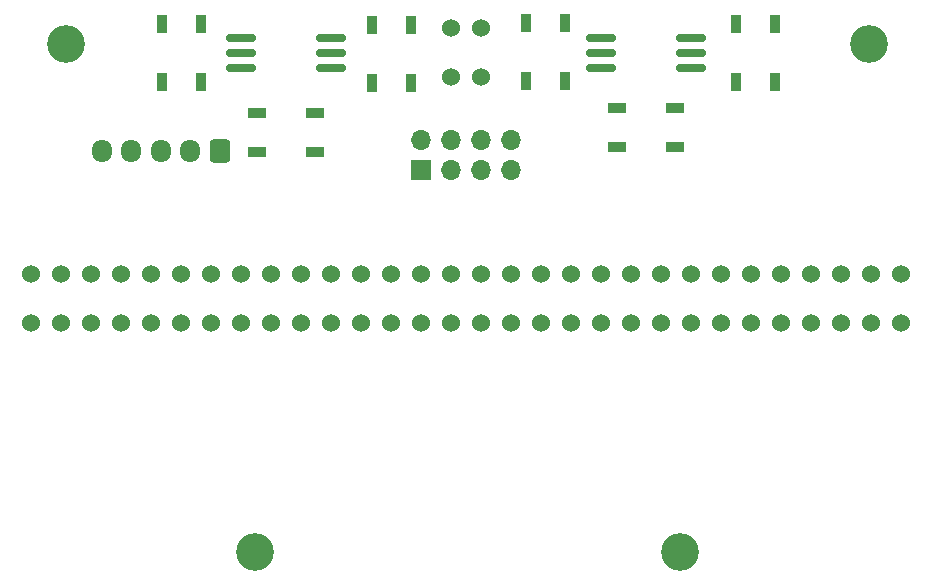
<source format=gbr>
%TF.GenerationSoftware,KiCad,Pcbnew,7.0.9*%
%TF.CreationDate,2024-12-10T16:14:57+09:00*%
%TF.ProjectId,02-LINE,30322d4c-494e-4452-9e6b-696361645f70,rev?*%
%TF.SameCoordinates,Original*%
%TF.FileFunction,Soldermask,Bot*%
%TF.FilePolarity,Negative*%
%FSLAX46Y46*%
G04 Gerber Fmt 4.6, Leading zero omitted, Abs format (unit mm)*
G04 Created by KiCad (PCBNEW 7.0.9) date 2024-12-10 16:14:57*
%MOMM*%
%LPD*%
G01*
G04 APERTURE LIST*
G04 Aperture macros list*
%AMRoundRect*
0 Rectangle with rounded corners*
0 $1 Rounding radius*
0 $2 $3 $4 $5 $6 $7 $8 $9 X,Y pos of 4 corners*
0 Add a 4 corners polygon primitive as box body*
4,1,4,$2,$3,$4,$5,$6,$7,$8,$9,$2,$3,0*
0 Add four circle primitives for the rounded corners*
1,1,$1+$1,$2,$3*
1,1,$1+$1,$4,$5*
1,1,$1+$1,$6,$7*
1,1,$1+$1,$8,$9*
0 Add four rect primitives between the rounded corners*
20,1,$1+$1,$2,$3,$4,$5,0*
20,1,$1+$1,$4,$5,$6,$7,0*
20,1,$1+$1,$6,$7,$8,$9,0*
20,1,$1+$1,$8,$9,$2,$3,0*%
G04 Aperture macros list end*
%ADD10C,3.200000*%
%ADD11RoundRect,0.250000X0.600000X0.725000X-0.600000X0.725000X-0.600000X-0.725000X0.600000X-0.725000X0*%
%ADD12O,1.700000X1.950000*%
%ADD13C,1.524000*%
%ADD14R,0.900000X1.500000*%
%ADD15R,1.500000X0.900000*%
%ADD16R,1.700000X1.700000*%
%ADD17O,1.700000X1.700000*%
%ADD18RoundRect,0.150000X1.120000X0.150000X-1.120000X0.150000X-1.120000X-0.150000X1.120000X-0.150000X0*%
G04 APERTURE END LIST*
D10*
%TO.C,REF\u002A\u002A*%
X184000000Y-92000000D03*
%TD*%
%TO.C,REF\u002A\u002A*%
X132000000Y-135000000D03*
%TD*%
%TO.C,REF\u002A\u002A*%
X116000000Y-92000000D03*
%TD*%
D11*
%TO.C,J3*%
X129000000Y-101000000D03*
D12*
X126500000Y-101000000D03*
X124000000Y-101000000D03*
X121500000Y-101000000D03*
X119000000Y-101000000D03*
%TD*%
D10*
%TO.C,REF\u002A\u002A*%
X168000000Y-135000000D03*
%TD*%
D13*
%TO.C,U16*%
X115570000Y-111470000D03*
X113030000Y-111470000D03*
X115570000Y-115570000D03*
X113030000Y-115570000D03*
%TD*%
D14*
%TO.C,D5*%
X176020000Y-95160000D03*
X172720000Y-95160000D03*
X172720000Y-90260000D03*
X176020000Y-90260000D03*
%TD*%
D15*
%TO.C,D6*%
X162650000Y-100710000D03*
X162650000Y-97410000D03*
X167550000Y-97410000D03*
X167550000Y-100710000D03*
%TD*%
D14*
%TO.C,D4*%
X141860000Y-90350000D03*
X145160000Y-90350000D03*
X145160000Y-95250000D03*
X141860000Y-95250000D03*
%TD*%
D13*
%TO.C,U17*%
X151130000Y-90660000D03*
X148590000Y-90660000D03*
X151130000Y-94760000D03*
X148590000Y-94760000D03*
%TD*%
%TO.C,U7*%
X181610000Y-111470000D03*
X179070000Y-111470000D03*
X181610000Y-115570000D03*
X179070000Y-115570000D03*
%TD*%
%TO.C,U6*%
X176530000Y-111470000D03*
X173990000Y-111470000D03*
X176530000Y-115570000D03*
X173990000Y-115570000D03*
%TD*%
%TO.C,U3*%
X161290000Y-111470000D03*
X158750000Y-111470000D03*
X161290000Y-115570000D03*
X158750000Y-115570000D03*
%TD*%
%TO.C,U9*%
X151130000Y-111470000D03*
X148590000Y-111470000D03*
X151130000Y-115570000D03*
X148590000Y-115570000D03*
%TD*%
%TO.C,U12*%
X135890000Y-111470000D03*
X133350000Y-111470000D03*
X135890000Y-115570000D03*
X133350000Y-115570000D03*
%TD*%
%TO.C,U8*%
X186690000Y-111470000D03*
X184150000Y-111470000D03*
X186690000Y-115570000D03*
X184150000Y-115570000D03*
%TD*%
%TO.C,U10*%
X146050000Y-111470000D03*
X143510000Y-111470000D03*
X146050000Y-115570000D03*
X143510000Y-115570000D03*
%TD*%
%TO.C,U5*%
X171450000Y-111470000D03*
X168910000Y-111470000D03*
X171450000Y-115570000D03*
X168910000Y-115570000D03*
%TD*%
%TO.C,U14*%
X125730000Y-111470000D03*
X123190000Y-111470000D03*
X125730000Y-115570000D03*
X123190000Y-115570000D03*
%TD*%
D15*
%TO.C,D3*%
X137070000Y-97790000D03*
X137070000Y-101090000D03*
X132170000Y-101090000D03*
X132170000Y-97790000D03*
%TD*%
D13*
%TO.C,U2*%
X156210000Y-111470000D03*
X153670000Y-111470000D03*
X156210000Y-115570000D03*
X153670000Y-115570000D03*
%TD*%
%TO.C,U13*%
X130810000Y-111470000D03*
X128270000Y-111470000D03*
X130810000Y-115570000D03*
X128270000Y-115570000D03*
%TD*%
D14*
%TO.C,D2*%
X127380000Y-95160000D03*
X124080000Y-95160000D03*
X124080000Y-90260000D03*
X127380000Y-90260000D03*
%TD*%
%TO.C,D7*%
X154940000Y-90170000D03*
X158240000Y-90170000D03*
X158240000Y-95070000D03*
X154940000Y-95070000D03*
%TD*%
D13*
%TO.C,U11*%
X140970000Y-111470000D03*
X138430000Y-111470000D03*
X140970000Y-115570000D03*
X138430000Y-115570000D03*
%TD*%
%TO.C,U4*%
X166370000Y-111470000D03*
X163830000Y-111470000D03*
X166370000Y-115570000D03*
X163830000Y-115570000D03*
%TD*%
D16*
%TO.C,J2*%
X146050000Y-102616000D03*
D17*
X146050000Y-100076000D03*
X148590000Y-102616000D03*
X148590000Y-100076000D03*
X151130000Y-102616000D03*
X151130000Y-100076000D03*
X153670000Y-102616000D03*
X153670000Y-100076000D03*
%TD*%
D13*
%TO.C,U15*%
X120650000Y-111470000D03*
X118110000Y-111470000D03*
X120650000Y-115570000D03*
X118110000Y-115570000D03*
%TD*%
D18*
%TO.C,U19*%
X168910000Y-91440000D03*
X168910000Y-92710000D03*
X168910000Y-93980000D03*
X161290000Y-93980000D03*
X161290000Y-92710000D03*
X161290000Y-91440000D03*
%TD*%
%TO.C,U18*%
X138430000Y-91440000D03*
X138430000Y-92710000D03*
X138430000Y-93980000D03*
X130810000Y-93980000D03*
X130810000Y-92710000D03*
X130810000Y-91440000D03*
%TD*%
M02*

</source>
